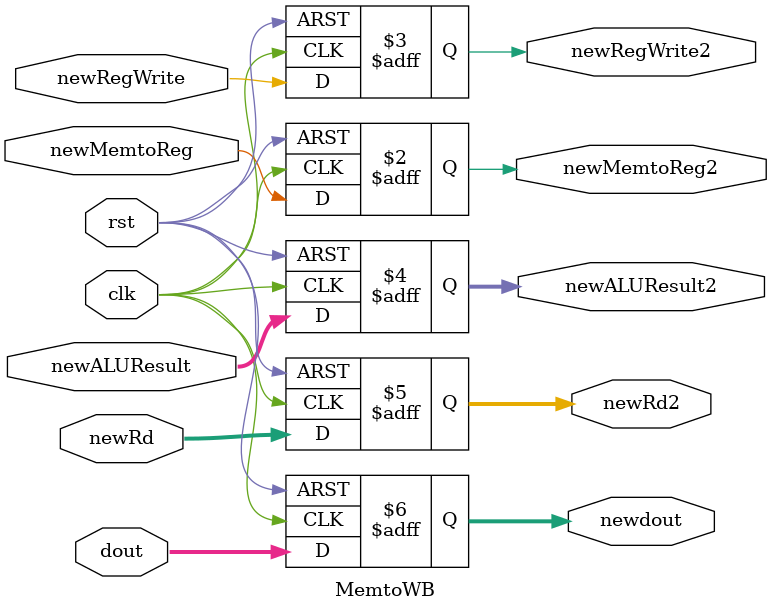
<source format=v>
`timescale 1ns / 1ps


module MemtoWB(
input clk,
input rst,
input newMemtoReg,newRegWrite,
input [31:0] newALUResult,
input [4:0] newRd,
output reg newMemtoReg2,newRegWrite2,
output reg [31:0] newALUResult2,
output reg [4:0] newRd2,
input [31:0] dout,
output reg [31:0] newdout

    );
    
always @ (posedge rst or posedge clk) begin
    if(rst) begin
        newALUResult2<=0;
        newdout<=0;
        newMemtoReg2<=0;
        newRegWrite2<=0;
        newRd2<=0;
    end
    else begin
        newALUResult2<=newALUResult;
        newdout<=dout;
        newMemtoReg2<=newMemtoReg;
        newRegWrite2<=newRegWrite;
        newRd2<=newRd;
    end
end
endmodule

</source>
